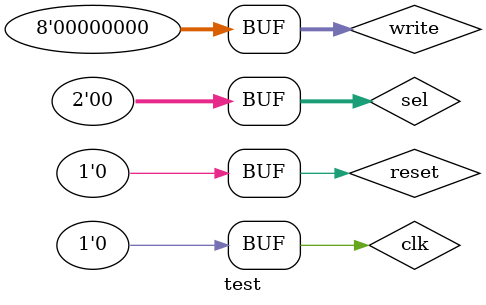
<source format=v>
module test; 
reg [7:0]write; 
reg clk,reset; 
reg [1:0]sel; 
wire [7:0]q; 
regfile insta(write,sel,reset,clk,q); 
initial begin 
clk=1'b0; 
repeat(366) 
begin 
#8 clk=~clk; 
end 
end
initial begin 
reset=1'b0; 
repeat(200) 
begin 
#20 reset=~reset; 
end 
end 
initial begin 
write=8'b00000000; 
sel=2'b00; 
repeat(256) 
begin 
#10 write=write+8'b00000001; 
#15 sel=sel+2'b01; 
end 
end
endmodule

</source>
